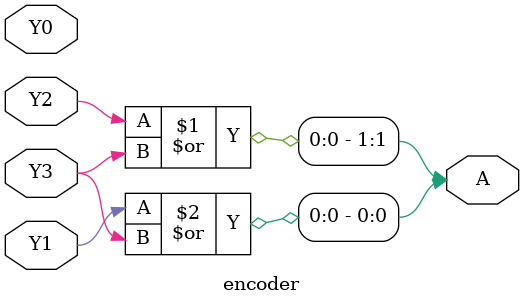
<source format=v>
module encoder(Y0, Y1, Y2, Y3, A);
    // 4x2 Encoder
    input Y0, Y1, Y2, Y3;
    output [1:0] A;

    assign A[1] = Y2 | Y3;
    assign A[0] = Y1 | Y3;
 

endmodule
</source>
